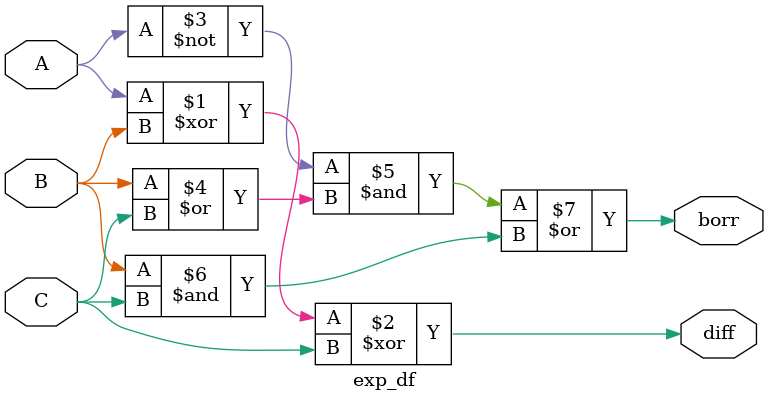
<source format=v>


module exp_df(diff, borr, A, B, C);
input A, B, C; output diff, borr;
assign diff = A^B^C;
assign borr = (((~A)&(B|C)) | (B&C));
endmodule
</source>
